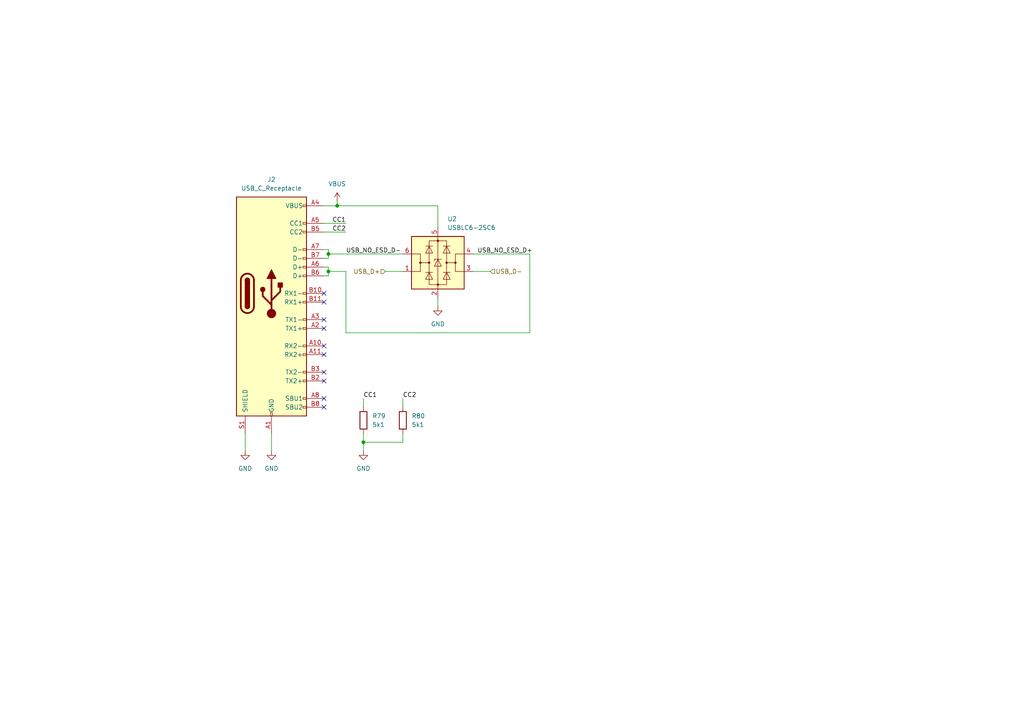
<source format=kicad_sch>
(kicad_sch (version 20211123) (generator eeschema)
  (paper "A4")
  (lib_symbols
    (symbol "Connector:USB_C_Receptacle" (pin_names (offset 1.016))
      (property "Reference" "J" (at -10.16 29.21 0))
      (property "Value" "USB_C_Receptacle" (at 10.16 29.21 0))
      (symbol "USB_C_Receptacle_0_0"
        (rectangle (start -0.254 -35.56) (end 0.254 -34.544))
        (rectangle (start 10.16 -32.766) (end 9.144 -33.274))
        (rectangle (start 10.16 -30.226) (end 9.144 -30.734))
        (rectangle (start 10.16 -25.146) (end 9.144 -25.654))
        (rectangle (start 10.16 -22.606) (end 9.144 -23.114))
        (rectangle (start 10.16 -17.526) (end 9.144 -18.034))
        (rectangle (start 10.16 -14.986) (end 9.144 -15.494))
        (rectangle (start 10.16 -9.906) (end 9.144 -10.414))
        (rectangle (start 10.16 -7.366) (end 9.144 -7.874))
        (rectangle (start 10.16 -2.286) (end 9.144 -2.794))
        (rectangle (start 10.16 0.254) (end 9.144 -0.254))
        (rectangle (start 10.16 5.334) (end 9.144 4.826))
        (rectangle (start 10.16 7.874) (end 9.144 7.366))
        (rectangle (start 10.16 10.414) (end 9.144 9.906))
        (rectangle (start 10.16 12.954) (end 9.144 12.446))
        (rectangle (start 10.16 18.034) (end 9.144 17.526))
        (rectangle (start 10.16 20.574) (end 9.144 20.066))
        (rectangle (start 10.16 25.654) (end 9.144 25.146))
      )
      (symbol "USB_C_Receptacle_0_1"
        (rectangle (start -10.16 27.94) (end 10.16 -35.56) (stroke (width 0.254)) (fill (type background)))
        (arc (start -8.89 -3.81) (mid -6.985 -5.715) (end -5.08 -3.81) (stroke (width 0.508)))
        (arc (start -7.62 -3.81) (mid -6.985 -4.445) (end -6.35 -3.81) (stroke (width 0.254)))
        (arc (start -7.62 -3.81) (mid -6.985 -4.445) (end -6.35 -3.81) (stroke (width 0.254)) (fill (type outline)))
        (rectangle (start -7.62 -3.81) (end -6.35 3.81) (stroke (width 0.254)) (fill (type outline)))
        (arc (start -6.35 3.81) (mid -6.985 4.445) (end -7.62 3.81) (stroke (width 0.254)))
        (arc (start -6.35 3.81) (mid -6.985 4.445) (end -7.62 3.81) (stroke (width 0.254)) (fill (type outline)))
        (arc (start -5.08 3.81) (mid -6.985 5.715) (end -8.89 3.81) (stroke (width 0.508)))
        (polyline (pts (xy -8.89 -3.81) (xy -8.89 3.81)) (stroke (width 0.508)))
        (polyline (pts (xy -5.08 3.81) (xy -5.08 -3.81)) (stroke (width 0.508)))
      )
      (symbol "USB_C_Receptacle_1_1"
        (circle (center -2.54 1.143) (radius 0.635) (stroke (width 0.254)) (fill (type outline)))
        (circle (center 0 -5.842) (radius 1.27) (fill (type outline)))
        (polyline (pts (xy 0 -5.842) (xy 0 4.318)) (stroke (width 0.508)))
        (polyline (pts (xy 0 -3.302) (xy -2.54 -0.762) (xy -2.54 0.508)) (stroke (width 0.508)))
        (polyline (pts (xy 0 -2.032) (xy 2.54 0.508) (xy 2.54 1.778)) (stroke (width 0.508)))
        (polyline (pts (xy -1.27 4.318) (xy 0 6.858) (xy 1.27 4.318) (xy -1.27 4.318)) (stroke (width 0.254)) (fill (type outline)))
        (rectangle (start 1.905 1.778) (end 3.175 3.048) (stroke (width 0.254)) (fill (type outline)))
        (pin passive line (at 0 -40.64 90) (length 5.08) (name "GND") (number "A1"))
        (pin bidirectional line (at 15.24 -15.24 180) (length 5.08) (name "RX2-") (number "A10"))
        (pin bidirectional line (at 15.24 -17.78 180) (length 5.08) (name "RX2+") (number "A11"))
        (pin passive line (at 0 -40.64 90) (length 5.08) hide (name "GND") (number "A12"))
        (pin bidirectional line (at 15.24 -10.16 180) (length 5.08) (name "TX1+") (number "A2"))
        (pin bidirectional line (at 15.24 -7.62 180) (length 5.08) (name "TX1-") (number "A3"))
        (pin passive line (at 15.24 25.4 180) (length 5.08) (name "VBUS") (number "A4"))
        (pin bidirectional line (at 15.24 20.32 180) (length 5.08) (name "CC1") (number "A5"))
        (pin bidirectional line (at 15.24 7.62 180) (length 5.08) (name "D+") (number "A6"))
        (pin bidirectional line (at 15.24 12.7 180) (length 5.08) (name "D-") (number "A7"))
        (pin bidirectional line (at 15.24 -30.48 180) (length 5.08) (name "SBU1") (number "A8"))
        (pin passive line (at 15.24 25.4 180) (length 5.08) hide (name "VBUS") (number "A9"))
        (pin passive line (at 0 -40.64 90) (length 5.08) hide (name "GND") (number "B1"))
        (pin bidirectional line (at 15.24 0 180) (length 5.08) (name "RX1-") (number "B10"))
        (pin bidirectional line (at 15.24 -2.54 180) (length 5.08) (name "RX1+") (number "B11"))
        (pin passive line (at 0 -40.64 90) (length 5.08) hide (name "GND") (number "B12"))
        (pin bidirectional line (at 15.24 -25.4 180) (length 5.08) (name "TX2+") (number "B2"))
        (pin bidirectional line (at 15.24 -22.86 180) (length 5.08) (name "TX2-") (number "B3"))
        (pin passive line (at 15.24 25.4 180) (length 5.08) hide (name "VBUS") (number "B4"))
        (pin bidirectional line (at 15.24 17.78 180) (length 5.08) (name "CC2") (number "B5"))
        (pin bidirectional line (at 15.24 5.08 180) (length 5.08) (name "D+") (number "B6"))
        (pin bidirectional line (at 15.24 10.16 180) (length 5.08) (name "D-") (number "B7"))
        (pin bidirectional line (at 15.24 -33.02 180) (length 5.08) (name "SBU2") (number "B8"))
        (pin passive line (at 15.24 25.4 180) (length 5.08) hide (name "VBUS") (number "B9"))
        (pin passive line (at -7.62 -40.64 90) (length 5.08) (name "SHIELD") (number "S1"))
      )
    )
    (symbol "Device:R" (pin_numbers hide) (pin_names (offset 0))
      (property "Reference" "R" (at 2.032 0 90))
      (property "Value" "R" (at 0 0 90))
      (symbol "R_0_1"
        (rectangle (start -1.016 -2.54) (end 1.016 2.54) (stroke (width 0.254)))
      )
      (symbol "R_1_1"
        (pin passive line (at 0 3.81 270) (length 1.27) (name "~") (number "1"))
        (pin passive line (at 0 -3.81 90) (length 1.27) (name "~") (number "2"))
      )
    )
    (symbol "Power_Protection:USBLC6-2SC6" (pin_names hide)
      (property "Reference" "U" (at 2.54 8.89 0))
      (property "Value" "USBLC6-2SC6" (at 2.54 -8.89 0))
      (symbol "USBLC6-2SC6_0_1"
        (rectangle (start -7.62 -7.62) (end 7.62 7.62) (stroke (width 0.254)) (fill (type background)))
        (circle (center -5.08 0) (radius 0.254) (fill (type outline)))
        (circle (center -2.54 0) (radius 0.254) (fill (type outline)))
        (rectangle (start -2.54 6.35) (end 2.54 -6.35))
        (circle (center 0 -6.35) (radius 0.254) (fill (type outline)))
        (polyline (pts (xy -5.08 -2.54) (xy -7.62 -2.54)))
        (polyline (pts (xy -5.08 0) (xy -5.08 -2.54)))
        (polyline (pts (xy -5.08 2.54) (xy -7.62 2.54)))
        (polyline (pts (xy -1.524 -2.794) (xy -3.556 -2.794)))
        (polyline (pts (xy -1.524 4.826) (xy -3.556 4.826)))
        (polyline (pts (xy 0 -7.62) (xy 0 -6.35)))
        (polyline (pts (xy 0 -6.35) (xy 0 1.27)))
        (polyline (pts (xy 0 1.27) (xy 0 6.35)))
        (polyline (pts (xy 0 6.35) (xy 0 7.62)))
        (polyline (pts (xy 1.524 -2.794) (xy 3.556 -2.794)))
        (polyline (pts (xy 1.524 4.826) (xy 3.556 4.826)))
        (polyline (pts (xy 5.08 -2.54) (xy 7.62 -2.54)))
        (polyline (pts (xy 5.08 0) (xy 5.08 -2.54)))
        (polyline (pts (xy 5.08 2.54) (xy 7.62 2.54)))
        (polyline (pts (xy -2.54 0) (xy -5.08 0) (xy -5.08 2.54)))
        (polyline (pts (xy 2.54 0) (xy 5.08 0) (xy 5.08 2.54)))
        (polyline (pts (xy -3.556 -4.826) (xy -1.524 -4.826) (xy -2.54 -2.794) (xy -3.556 -4.826)))
        (polyline (pts (xy -3.556 2.794) (xy -1.524 2.794) (xy -2.54 4.826) (xy -3.556 2.794)))
        (polyline (pts (xy -1.016 -1.016) (xy 1.016 -1.016) (xy 0 1.016) (xy -1.016 -1.016)))
        (polyline (pts (xy 1.016 1.016) (xy 0.762 1.016) (xy -1.016 1.016) (xy -1.016 0.508)))
        (polyline (pts (xy 3.556 -4.826) (xy 1.524 -4.826) (xy 2.54 -2.794) (xy 3.556 -4.826)))
        (polyline (pts (xy 3.556 2.794) (xy 1.524 2.794) (xy 2.54 4.826) (xy 3.556 2.794)))
        (circle (center 0 6.35) (radius 0.254) (fill (type outline)))
        (circle (center 2.54 0) (radius 0.254) (fill (type outline)))
        (circle (center 5.08 0) (radius 0.254) (fill (type outline)))
      )
      (symbol "USBLC6-2SC6_1_1"
        (pin passive line (at -10.16 -2.54 0) (length 2.54) (name "I/O1") (number "1"))
        (pin passive line (at 0 -10.16 90) (length 2.54) (name "GND") (number "2"))
        (pin passive line (at 10.16 -2.54 180) (length 2.54) (name "I/O2") (number "3"))
        (pin passive line (at 10.16 2.54 180) (length 2.54) (name "I/O2") (number "4"))
        (pin passive line (at 0 10.16 270) (length 2.54) (name "VBUS") (number "5"))
        (pin passive line (at -10.16 2.54 0) (length 2.54) (name "I/O1") (number "6"))
      )
    )
    (symbol "power:GND" (power) (pin_names (offset 0))
      (property "Value" "GND" (at 0 -3.81 0))
      (symbol "GND_0_1"
        (polyline (pts (xy 0 0) (xy 0 -1.27) (xy 1.27 -1.27) (xy 0 -2.54) (xy -1.27 -1.27) (xy 0 -1.27)))
      )
      (symbol "GND_1_1"
        (pin power_in line (at 0 0 270) (length 0) hide (name "GND") (number "1"))
      )
    )
    (symbol "power:VBUS" (power) (pin_names (offset 0))
      (property "Value" "VBUS" (at 0 3.81 0))
      (symbol "VBUS_0_1"
        (polyline (pts (xy -0.762 1.27) (xy 0 2.54)))
        (polyline (pts (xy 0 0) (xy 0 2.54)))
        (polyline (pts (xy 0 2.54) (xy 0.762 1.27)))
      )
      (symbol "VBUS_1_1"
        (pin power_in line (at 0 0 90) (length 0) hide (name "VBUS") (number "1"))
      )
    )
  )
  (junction (at 95.25 78.74))
  (junction (at 95.25 73.66))
  (junction (at 97.79 59.69))
  (junction (at 105.41 128.27))
  (no_connect (at 93.98 92.71))
  (no_connect (at 93.98 100.33))
  (no_connect (at 93.98 95.25))
  (no_connect (at 93.98 102.87))
  (no_connect (at 93.98 87.63))
  (no_connect (at 93.98 118.11))
  (no_connect (at 93.98 115.57))
  (no_connect (at 93.98 110.49))
  (no_connect (at 93.98 85.09))
  (no_connect (at 93.98 107.95))
  (wire (pts (xy 71.12 125.73) (xy 71.12 130.81)))
  (wire (pts (xy 95.25 73.66) (xy 95.25 74.93)))
  (wire (pts (xy 95.25 80.01) (xy 93.98 80.01)))
  (wire (pts (xy 105.41 125.73) (xy 105.41 128.27)))
  (wire (pts (xy 116.84 115.57) (xy 116.84 118.11)))
  (wire (pts (xy 93.98 72.39) (xy 95.25 72.39)))
  (wire (pts (xy 93.98 74.93) (xy 95.25 74.93)))
  (wire (pts (xy 105.41 128.27) (xy 105.41 130.81)))
  (wire (pts (xy 95.25 77.47) (xy 95.25 78.74)))
  (wire (pts (xy 100.33 78.74) (xy 95.25 78.74)))
  (wire (pts (xy 105.41 115.57) (xy 105.41 118.11)))
  (wire (pts (xy 93.98 64.77) (xy 100.33 64.77)))
  (wire (pts (xy 93.98 67.31) (xy 100.33 67.31)))
  (wire (pts (xy 97.79 59.69) (xy 127 59.69)))
  (wire (pts (xy 111.76 78.74) (xy 116.84 78.74)))
  (wire (pts (xy 97.79 59.69) (xy 93.98 59.69)))
  (wire (pts (xy 137.16 73.66) (xy 153.67 73.66)))
  (wire (pts (xy 93.98 77.47) (xy 95.25 77.47)))
  (wire (pts (xy 97.79 58.42) (xy 97.79 59.69)))
  (wire (pts (xy 95.25 73.66) (xy 116.84 73.66)))
  (wire (pts (xy 153.67 73.66) (xy 153.67 96.52)))
  (wire (pts (xy 95.25 72.39) (xy 95.25 73.66)))
  (wire (pts (xy 95.25 78.74) (xy 95.25 80.01)))
  (wire (pts (xy 78.74 125.73) (xy 78.74 130.81)))
  (wire (pts (xy 153.67 96.52) (xy 100.33 96.52)))
  (wire (pts (xy 127 86.36) (xy 127 88.9)))
  (wire (pts (xy 100.33 96.52) (xy 100.33 78.74)))
  (wire (pts (xy 137.16 78.74) (xy 142.24 78.74)))
  (wire (pts (xy 116.84 128.27) (xy 105.41 128.27)))
  (wire (pts (xy 116.84 125.73) (xy 116.84 128.27)))
  (wire (pts (xy 127 59.69) (xy 127 66.04)))
  (label "USB_NO_ESD_D-" (at 100.33 73.66 0))
  (label "CC2" (at 116.84 115.57 0))
  (label "CC2" (at 100.33 67.31 180))
  (label "CC1" (at 100.33 64.77 180))
  (label "CC1" (at 105.41 115.57 0))
  (label "USB_NO_ESD_D+" (at 138.43 73.66 0))
  (hierarchical_label "USB_D-" (shape input) (at 142.24 78.74 0))
  (hierarchical_label "USB_D+" (shape input) (at 111.76 78.74 180))
  (symbol (lib_id "Device:R") (at 116.84 121.92 0) (unit 1)
    (property "Reference" "R80" (at 119.38 120.6499 0) (effects (justify left)))
    (property "Value" "5k1" (at 119.38 123.1899 0) (effects (justify left)))
    (property "Footprint" "Resistor_SMD:R_0603_1608Metric" (effects hide))
  )
  (symbol (lib_id "power:GND") (at 78.74 130.81 0) (unit 1)
    (property "Reference" "#PWR0254" (effects hide))
    (property "Value" "GND" (at 78.74 135.89 0))
  )
  (symbol (lib_id "Device:R") (at 105.41 121.92 0) (unit 1)
    (property "Reference" "R79" (at 107.95 120.6499 0) (effects (justify left)))
    (property "Value" "5k1" (at 107.95 123.1899 0) (effects (justify left)))
    (property "Footprint" "Resistor_SMD:R_0603_1608Metric" (effects hide))
  )
  (symbol (lib_id "power:VBUS") (at 97.79 58.42 0) (unit 1)
    (property "Reference" "#PWR0252" (effects hide))
    (property "Value" "VBUS" (at 97.79 53.34 0))
  )
  (symbol (lib_id "power:GND") (at 105.41 130.81 0) (unit 1)
    (property "Reference" "#PWR0253" (effects hide))
    (property "Value" "GND" (at 105.41 135.89 0))
  )
  (symbol (lib_id "Power_Protection:USBLC6-2SC6") (at 127 76.2 0) (unit 1)
    (property "Reference" "U2" (at 129.7687 63.5 0) (effects (justify left)))
    (property "Value" "USBLC6-2SC6" (at 129.7687 66.04 0) (effects (justify left)))
    (property "Footprint" "Package_TO_SOT_SMD:SOT-23-6" (effects hide))
    (property "Datasheet" "https://www.st.com/resource/en/datasheet/usblc6-2.pdf" (effects hide))
  )
  (symbol (lib_id "power:GND") (at 127 88.9 0) (unit 1)
    (property "Reference" "#PWR0248" (effects hide))
    (property "Value" "GND" (at 127 93.98 0))
  )
  (symbol (lib_id "power:GND") (at 71.12 130.81 0) (unit 1)
    (property "Reference" "#PWR0255" (effects hide))
    (property "Value" "GND" (at 71.12 135.89 0))
  )
  (symbol (lib_id "Connector:USB_C_Receptacle") (at 78.74 85.09 0) (unit 1)
    (property "Reference" "J2" (at 78.74 52.07 0))
    (property "Value" "USB_C_Receptacle" (at 78.74 54.61 0))
    (property "Footprint" "USB_C:USB_C_MOLEX_1054500101" (effects hide))
    (property "Datasheet" "https://www.usb.org/sites/default/files/documents/usb_type-c.zip" (effects hide))
  )
)
</source>
